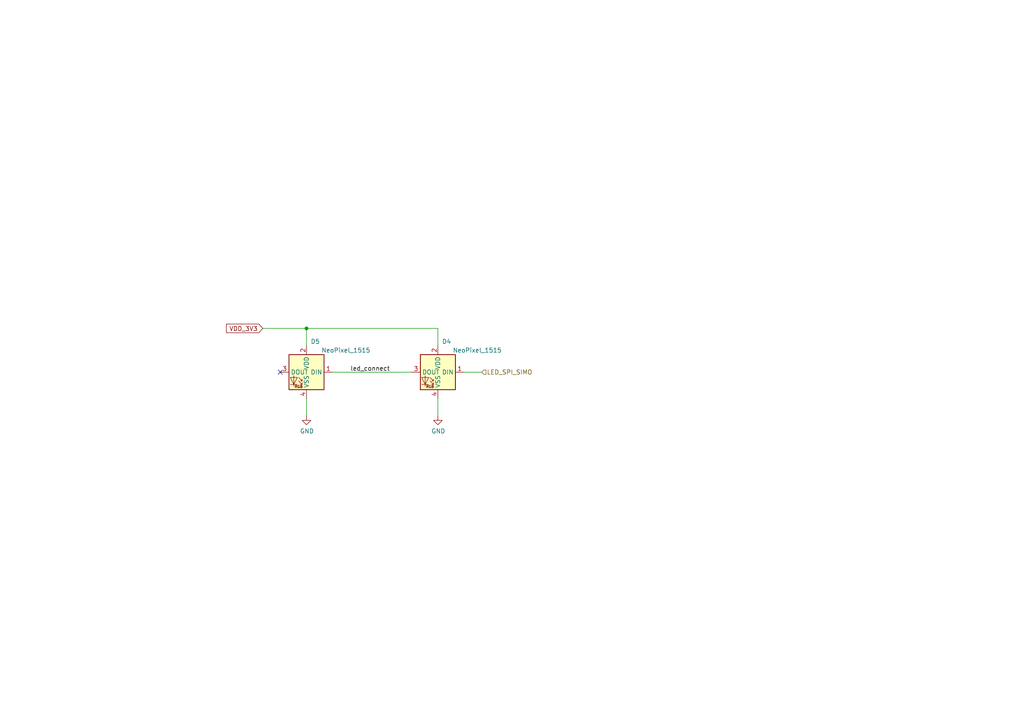
<source format=kicad_sch>
(kicad_sch (version 20231120) (generator "eeschema") (generator_version "8.0")
  (paper "A4")
  (title_block (title "Open MOtor DRiver Initiative  - Single Axis (OMODRI_SA)") (date "2024-03-20") (rev "1.0") (company "LAAS/CNRS"))
  (lib_symbols
    (symbol "omodri_lib:NeoPixel_1515_SK6805"
      (property "Reference" "D" (at 2.54 8.89 0))
      (property "Value" "NeoPixel_1515_SK6805" (at 12.7 6.35 0))
      (symbol "NeoPixel_1515_SK6805_0_0"
        (text "RGB" (at 2.286 -4.191 0) (effects (font (size 0.762 0.762))))
      )
      (symbol "NeoPixel_1515_SK6805_0_1"
        (polyline (pts (xy 1.27 -3.556) (xy 1.778 -3.556)))
        (polyline (pts (xy 1.27 -2.54) (xy 1.778 -2.54)))
        (polyline (pts (xy 4.699 -3.556) (xy 2.667 -3.556)))
        (polyline (pts (xy 2.286 -2.54) (xy 1.27 -3.556) (xy 1.27 -3.048)))
        (polyline (pts (xy 2.286 -1.524) (xy 1.27 -2.54) (xy 1.27 -2.032)))
        (polyline (pts (xy 3.683 -1.016) (xy 3.683 -3.556) (xy 3.683 -4.064)))
        (polyline (pts (xy 4.699 -1.524) (xy 2.667 -1.524) (xy 3.683 -3.556) (xy 4.699 -1.524)))
        (rectangle (start 5.08 5.08) (end -5.08 -5.08) (stroke (width 0.254)) (fill (type background)))
      )
      (symbol "NeoPixel_1515_SK6805_1_1"
        (pin input line (at -7.62 0 0) (length 2.54) (name "DIN") (number "1"))
        (pin power_in line (at 0 7.62 270) (length 2.54) (name "VDD") (number "2"))
        (pin output line (at 7.62 0 180) (length 2.54) (name "DOUT") (number "3"))
        (pin power_in line (at 0 -7.62 90) (length 2.54) (name "VSS") (number "4"))
      )
    )
    (symbol "power:GND" (power) (pin_numbers hide) (pin_names (offset 0) hide)
      (property "Value" "GND" (at 0 -3.81 0))
      (symbol "GND_0_1"
        (polyline (pts (xy 0 0) (xy 0 -1.27) (xy 1.27 -1.27) (xy 0 -2.54) (xy -1.27 -1.27) (xy 0 -1.27)))
      )
      (symbol "GND_1_1"
        (pin power_in line (at 0 0 270) (length 0) (name "~") (number "1"))
      )
    )
  )
  (junction (at 88.9 95.25))
  (no_connect (at 81.28 107.95))
  (wire (pts (xy 134.62 107.95) (xy 139.7 107.95)))
  (wire (pts (xy 127 95.25) (xy 127 100.33)))
  (wire (pts (xy 88.9 95.25) (xy 88.9 100.33)))
  (wire (pts (xy 76.2 95.25) (xy 88.9 95.25)))
  (wire (pts (xy 127 120.65) (xy 127 115.57)))
  (wire (pts (xy 88.9 95.25) (xy 127 95.25)))
  (wire (pts (xy 96.52 107.95) (xy 119.38 107.95)))
  (wire (pts (xy 88.9 115.57) (xy 88.9 120.65)))
  (label "led_connect" (at 101.6 107.95 0))
  (global_label "VDD_3V3" (shape input) (at 76.2 95.25 180) (property "Intersheetrefs" "${INTERSHEET_REFS}" (effects (hide yes))) (property "Références Inter-Feuilles" "${INTERSHEET_REFS}" (effects (hide yes))))
  (hierarchical_label "LED_SPI_SIMO" (shape input) (at 139.7 107.95 0))
  (symbol (lib_id "omodri_lib:NeoPixel_1515_SK6805") (at 127 107.95 0) (mirror y) (unit 1)
    (property "Reference" "D4" (at 129.54 99.06 0))
    (property "Value" "NeoPixel_1515" (at 138.43 101.6 0))
    (property "Footprint" "udriver3:NeoPixel_SK6805_1.5x1.5mm" (effects (hide yes)))
    (property "Datasheet" "https://cdn-shop.adafruit.com/product-files/4492/Datasheet.pdf" (effects (hide yes)))
    (property "Description" "0606, NeoPixel Addressable LED (1.5mm x 1.5mm)" (effects (hide yes)))
    (property "DigiKey" "1528-4492-ND" (effects (hide yes)))
    (property "Mouser" "485-4492" (effects (hide yes)))
    (property "Part No" "SK6805-EC15" (effects (hide yes)))
    (property "LCSC" "C17701801" (effects (hide yes)))
    (property "Manufacturer" "IPIXEL LED LIGHT CO " (effects (hide yes)))
    (property "Assembling" "SMD" (effects (hide yes)))
  )
  (symbol (lib_id "power:GND") (at 127 120.65 0) (unit 1)
    (property "Reference" "#PWR0110" (effects (hide yes)))
    (property "Value" "GND" (at 127.127 125.0442 0))
    (property "Description" "Power symbol creates a global label with name \"GND\" , ground" (effects (hide yes)))
  )
  (symbol (lib_id "omodri_lib:NeoPixel_1515_SK6805") (at 88.9 107.95 0) (mirror y) (unit 1)
    (property "Reference" "D5" (at 91.44 99.06 0))
    (property "Value" "NeoPixel_1515" (at 100.33 101.6 0))
    (property "Footprint" "udriver3:NeoPixel_SK6805_1.5x1.5mm" (effects (hide yes)))
    (property "Datasheet" "https://cdn-shop.adafruit.com/product-files/4492/Datasheet.pdf" (effects (hide yes)))
    (property "Description" "0606, NeoPixel Addressable LED (1.5mm x 1.5mm)" (effects (hide yes)))
    (property "DigiKey" "1528-4492-ND" (effects (hide yes)))
    (property "Mouser" "485-4492" (effects (hide yes)))
    (property "Part No" "SK6805-EC15" (effects (hide yes)))
    (property "LCSC" "C17701801" (effects (hide yes)))
    (property "Manufacturer" "IPIXEL LED LIGHT CO " (effects (hide yes)))
    (property "Assembling" "SMD" (effects (hide yes)))
  )
  (symbol (lib_id "power:GND") (at 88.9 120.65 0) (unit 1)
    (property "Reference" "#PWR011" (effects (hide yes)))
    (property "Value" "GND" (at 89.027 125.0442 0))
    (property "Description" "Power symbol creates a global label with name \"GND\" , ground" (effects (hide yes)))
  )
)
</source>
